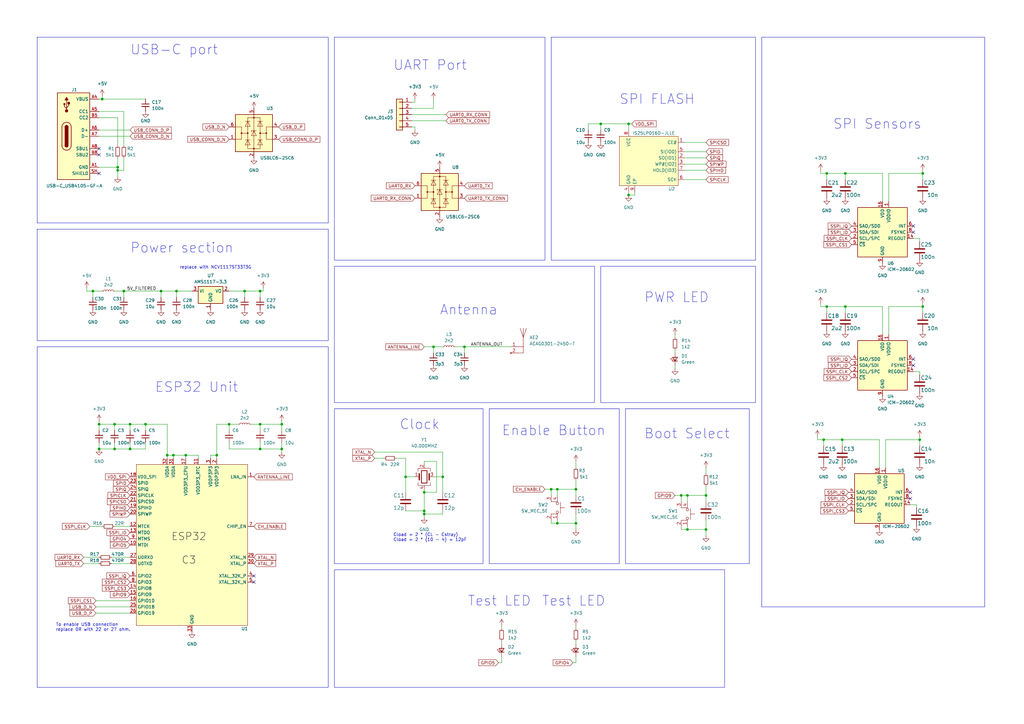
<source format=kicad_sch>
(kicad_sch (version 20230121) (generator eeschema)
  (paper "A3")
  (junction (at 257.81 50.8))
  (junction (at 93.98 173.99))
  (junction (at 50.8 119.38))
  (junction (at 346.71 125.73))
  (junction (at 257.81 80.01))
  (junction (at 345.44 180.34))
  (junction (at 177.8 142.24))
  (junction (at 88.9 186.69))
  (junction (at 48.26 68.58))
  (junction (at 346.71 71.12))
  (junction (at 71.12 186.69))
  (junction (at 337.82 180.34))
  (junction (at 48.26 69.85))
  (junction (at 40.64 173.99))
  (junction (at 38.1 119.38))
  (junction (at 68.58 186.69))
  (junction (at 377.19 180.34))
  (junction (at 53.34 173.99))
  (junction (at 289.56 217.17))
  (junction (at 281.94 203.2))
  (junction (at 226.06 200.66))
  (junction (at 41.91 40.64))
  (junction (at 115.57 184.15))
  (junction (at 339.09 71.12))
  (junction (at 72.39 119.38))
  (junction (at 190.5 142.24))
  (junction (at 181.61 195.58))
  (junction (at 279.4 203.2))
  (junction (at 53.34 184.15))
  (junction (at 46.99 184.15))
  (junction (at 246.38 50.8))
  (junction (at 173.99 201.93))
  (junction (at 339.09 125.73))
  (junction (at 59.69 173.99))
  (junction (at 173.99 209.55))
  (junction (at 378.46 125.73))
  (junction (at 228.6 214.63))
  (junction (at 46.99 173.99))
  (junction (at 115.57 173.99))
  (junction (at 106.68 173.99))
  (junction (at 166.37 195.58))
  (junction (at 106.68 184.15))
  (junction (at 236.22 214.63))
  (junction (at 76.2 186.69))
  (junction (at 281.94 217.17))
  (junction (at 228.6 200.66))
  (junction (at 106.68 119.38))
  (junction (at 40.64 184.15))
  (junction (at 289.56 203.2))
  (junction (at 236.22 200.66))
  (junction (at 100.33 119.38))
  (junction (at 173.99 210.82))
  (junction (at 66.04 119.38))
  (junction (at 378.46 71.12))
  (no_connect (at 40.64 60.96))
  (no_connect (at 104.14 236.22))
  (no_connect (at 374.65 92.71))
  (no_connect (at 374.65 147.32))
  (no_connect (at 40.64 63.5))
  (no_connect (at 104.14 238.76))
  (no_connect (at 374.65 95.25))
  (no_connect (at 373.38 204.47))
  (no_connect (at 40.64 71.12))
  (no_connect (at 374.65 149.86))
  (no_connect (at 373.38 201.93))
  (wire (pts (xy 115.57 184.15) (xy 115.57 185.42)))
  (wire (pts (xy 257.81 50.8) (xy 257.81 53.34)))
  (wire (pts (xy 281.94 203.2) (xy 289.56 203.2)))
  (wire (pts (xy 59.69 184.15) (xy 53.34 184.15)))
  (wire (pts (xy 336.55 69.85) (xy 336.55 71.12)))
  (wire (pts (xy 181.61 185.42) (xy 181.61 195.58)))
  (wire (pts (xy 228.6 200.66) (xy 236.22 200.66)))
  (wire (pts (xy 88.9 186.69) (xy 88.9 173.99)))
  (wire (pts (xy 50.8 64.77) (xy 50.8 69.85)))
  (wire (pts (xy 226.06 200.66) (xy 226.06 203.2)))
  (wire (pts (xy 364.49 125.73) (xy 378.46 125.73)))
  (wire (pts (xy 173.99 201.93) (xy 173.99 200.66)))
  (wire (pts (xy 107.95 118.11) (xy 107.95 119.38)))
  (wire (pts (xy 279.4 215.9) (xy 279.4 217.17)))
  (wire (pts (xy 166.37 187.96) (xy 166.37 195.58)))
  (wire (pts (xy 177.8 195.58) (xy 181.61 195.58)))
  (wire (pts (xy 66.04 119.38) (xy 72.39 119.38)))
  (wire (pts (xy 377.19 180.34) (xy 377.19 182.88)))
  (wire (pts (xy 81.28 186.69) (xy 76.2 186.69)))
  (wire (pts (xy 346.71 125.73) (xy 339.09 125.73)))
  (wire (pts (xy 41.91 39.37) (xy 41.91 40.64)))
  (wire (pts (xy 39.37 251.46) (xy 53.34 251.46)))
  (wire (pts (xy 106.68 119.38) (xy 107.95 119.38)))
  (wire (pts (xy 168.91 41.91) (xy 170.18 41.91)))
  (wire (pts (xy 66.04 119.38) (xy 66.04 121.92)))
  (wire (pts (xy 40.64 172.72) (xy 40.64 173.99)))
  (wire (pts (xy 177.8 40.64) (xy 177.8 44.45)))
  (wire (pts (xy 36.83 215.9) (xy 41.91 215.9)))
  (wire (pts (xy 361.95 125.73) (xy 361.95 137.16)))
  (wire (pts (xy 48.26 48.26) (xy 48.26 59.69)))
  (wire (pts (xy 236.22 269.24) (xy 236.22 271.78)))
  (wire (pts (xy 339.09 125.73) (xy 339.09 128.27)))
  (wire (pts (xy 289.56 203.2) (xy 289.56 205.74)))
  (wire (pts (xy 205.74 262.89) (xy 205.74 264.16)))
  (wire (pts (xy 276.86 149.86) (xy 276.86 151.13)))
  (wire (pts (xy 375.92 207.01) (xy 373.38 207.01)))
  (wire (pts (xy 346.71 71.12) (xy 346.71 73.66)))
  (wire (pts (xy 72.39 119.38) (xy 72.39 121.92)))
  (wire (pts (xy 115.57 173.99) (xy 115.57 176.53)))
  (wire (pts (xy 88.9 173.99) (xy 93.98 173.99)))
  (wire (pts (xy 236.22 262.89) (xy 236.22 264.16)))
  (wire (pts (xy 46.99 119.38) (xy 50.8 119.38)))
  (wire (pts (xy 34.29 228.6) (xy 40.64 228.6)))
  (wire (pts (xy 228.6 213.36) (xy 228.6 214.63)))
  (wire (pts (xy 46.99 181.61) (xy 46.99 184.15)))
  (wire (pts (xy 281.94 215.9) (xy 281.94 217.17)))
  (wire (pts (xy 71.12 186.69) (xy 71.12 187.96)))
  (wire (pts (xy 35.56 118.11) (xy 35.56 119.38)))
  (wire (pts (xy 39.37 246.38) (xy 53.34 246.38)))
  (wire (pts (xy 377.19 179.07) (xy 377.19 180.34)))
  (wire (pts (xy 280.67 73.66) (xy 289.56 73.66)))
  (wire (pts (xy 48.26 69.85) (xy 48.26 72.39)))
  (wire (pts (xy 289.56 213.36) (xy 289.56 217.17)))
  (wire (pts (xy 40.64 68.58) (xy 48.26 68.58)))
  (wire (pts (xy 34.29 231.14) (xy 40.64 231.14)))
  (wire (pts (xy 361.95 125.73) (xy 346.71 125.73)))
  (wire (pts (xy 179.07 189.23) (xy 179.07 201.93)))
  (wire (pts (xy 41.91 40.64) (xy 59.69 40.64)))
  (wire (pts (xy 162.56 187.96) (xy 166.37 187.96)))
  (wire (pts (xy 177.8 142.24) (xy 181.61 142.24)))
  (wire (pts (xy 236.22 200.66) (xy 236.22 203.2)))
  (wire (pts (xy 40.64 173.99) (xy 46.99 173.99)))
  (wire (pts (xy 86.36 187.96) (xy 86.36 186.69)))
  (wire (pts (xy 38.1 119.38) (xy 38.1 121.92)))
  (wire (pts (xy 106.68 173.99) (xy 115.57 173.99)))
  (wire (pts (xy 241.3 50.8) (xy 246.38 50.8)))
  (wire (pts (xy 276.86 143.51) (xy 276.86 144.78)))
  (wire (pts (xy 46.99 215.9) (xy 53.34 215.9)))
  (wire (pts (xy 168.91 46.99) (xy 182.88 46.99)))
  (wire (pts (xy 115.57 181.61) (xy 115.57 184.15)))
  (wire (pts (xy 228.6 200.66) (xy 228.6 203.2)))
  (wire (pts (xy 279.4 203.2) (xy 281.94 203.2)))
  (wire (pts (xy 377.19 97.79) (xy 374.65 97.79)))
  (wire (pts (xy 364.49 82.55) (xy 364.49 71.12)))
  (wire (pts (xy 93.98 173.99) (xy 97.79 173.99)))
  (wire (pts (xy 93.98 176.53) (xy 93.98 173.99)))
  (wire (pts (xy 363.22 180.34) (xy 377.19 180.34)))
  (wire (pts (xy 40.64 53.34) (xy 53.34 53.34)))
  (wire (pts (xy 360.68 180.34) (xy 345.44 180.34)))
  (wire (pts (xy 153.67 185.42) (xy 181.61 185.42)))
  (wire (pts (xy 228.6 214.63) (xy 236.22 214.63)))
  (wire (pts (xy 377.19 152.4) (xy 374.65 152.4)))
  (wire (pts (xy 378.46 71.12) (xy 378.46 73.66)))
  (wire (pts (xy 166.37 195.58) (xy 170.18 195.58)))
  (wire (pts (xy 246.38 50.8) (xy 257.81 50.8)))
  (wire (pts (xy 45.72 231.14) (xy 53.34 231.14)))
  (wire (pts (xy 260.35 78.74) (xy 260.35 80.01)))
  (wire (pts (xy 236.22 196.85) (xy 236.22 200.66)))
  (wire (pts (xy 166.37 209.55) (xy 173.99 209.55)))
  (wire (pts (xy 153.67 187.96) (xy 157.48 187.96)))
  (wire (pts (xy 377.19 153.67) (xy 377.19 152.4)))
  (wire (pts (xy 40.64 55.88) (xy 53.34 55.88)))
  (wire (pts (xy 170.18 41.91) (xy 170.18 40.64)))
  (wire (pts (xy 93.98 119.38) (xy 100.33 119.38)))
  (wire (pts (xy 59.69 173.99) (xy 68.58 173.99)))
  (wire (pts (xy 48.26 68.58) (xy 48.26 69.85)))
  (wire (pts (xy 72.39 119.38) (xy 78.74 119.38)))
  (wire (pts (xy 279.4 217.17) (xy 281.94 217.17)))
  (wire (pts (xy 106.68 184.15) (xy 115.57 184.15)))
  (wire (pts (xy 39.37 248.92) (xy 53.34 248.92)))
  (wire (pts (xy 170.18 52.07) (xy 168.91 52.07)))
  (wire (pts (xy 81.28 187.96) (xy 81.28 186.69)))
  (wire (pts (xy 177.8 44.45) (xy 168.91 44.45)))
  (wire (pts (xy 336.55 124.46) (xy 336.55 125.73)))
  (wire (pts (xy 378.46 124.46) (xy 378.46 125.73)))
  (wire (pts (xy 76.2 186.69) (xy 76.2 187.96)))
  (wire (pts (xy 100.33 119.38) (xy 106.68 119.38)))
  (wire (pts (xy 335.28 180.34) (xy 337.82 180.34)))
  (wire (pts (xy 38.1 119.38) (xy 41.91 119.38)))
  (wire (pts (xy 204.47 271.78) (xy 205.74 271.78)))
  (wire (pts (xy 360.68 180.34) (xy 360.68 191.77)))
  (wire (pts (xy 106.68 184.15) (xy 93.98 184.15)))
  (wire (pts (xy 345.44 180.34) (xy 337.82 180.34)))
  (wire (pts (xy 281.94 217.17) (xy 289.56 217.17)))
  (wire (pts (xy 100.33 119.38) (xy 100.33 121.92)))
  (wire (pts (xy 68.58 186.69) (xy 68.58 187.96)))
  (wire (pts (xy 289.56 217.17) (xy 289.56 219.71)))
  (wire (pts (xy 345.44 180.34) (xy 345.44 182.88)))
  (wire (pts (xy 234.95 271.78) (xy 236.22 271.78)))
  (wire (pts (xy 364.49 137.16) (xy 364.49 125.73)))
  (wire (pts (xy 106.68 181.61) (xy 106.68 184.15)))
  (wire (pts (xy 289.56 191.77) (xy 289.56 194.31)))
  (wire (pts (xy 59.69 181.61) (xy 59.69 184.15)))
  (wire (pts (xy 46.99 173.99) (xy 53.34 173.99)))
  (wire (pts (xy 205.74 256.54) (xy 205.74 257.81)))
  (wire (pts (xy 336.55 125.73) (xy 339.09 125.73)))
  (wire (pts (xy 173.99 209.55) (xy 173.99 210.82)))
  (wire (pts (xy 41.91 40.64) (xy 40.64 40.64)))
  (wire (pts (xy 48.26 64.77) (xy 48.26 68.58)))
  (wire (pts (xy 50.8 69.85) (xy 48.26 69.85)))
  (wire (pts (xy 361.95 71.12) (xy 361.95 82.55)))
  (wire (pts (xy 336.55 71.12) (xy 339.09 71.12)))
  (wire (pts (xy 179.07 201.93) (xy 173.99 201.93)))
  (wire (pts (xy 181.61 209.55) (xy 181.61 210.82)))
  (wire (pts (xy 50.8 119.38) (xy 50.8 121.92)))
  (wire (pts (xy 50.8 45.72) (xy 50.8 59.69)))
  (wire (pts (xy 53.34 184.15) (xy 46.99 184.15)))
  (wire (pts (xy 46.99 184.15) (xy 40.64 184.15)))
  (wire (pts (xy 226.06 200.66) (xy 228.6 200.66)))
  (wire (pts (xy 236.22 256.54) (xy 236.22 257.81)))
  (wire (pts (xy 246.38 50.8) (xy 246.38 53.34)))
  (wire (pts (xy 280.67 62.23) (xy 289.56 62.23)))
  (wire (pts (xy 276.86 137.16) (xy 276.86 138.43)))
  (wire (pts (xy 40.64 173.99) (xy 40.64 176.53)))
  (wire (pts (xy 53.34 173.99) (xy 59.69 173.99)))
  (wire (pts (xy 173.99 210.82) (xy 173.99 212.09)))
  (wire (pts (xy 226.06 213.36) (xy 226.06 214.63)))
  (wire (pts (xy 226.06 214.63) (xy 228.6 214.63)))
  (wire (pts (xy 339.09 71.12) (xy 339.09 73.66)))
  (wire (pts (xy 346.71 125.73) (xy 346.71 128.27)))
  (wire (pts (xy 289.56 199.39) (xy 289.56 203.2)))
  (wire (pts (xy 361.95 71.12) (xy 346.71 71.12)))
  (wire (pts (xy 35.56 119.38) (xy 38.1 119.38)))
  (wire (pts (xy 168.91 49.53) (xy 182.88 49.53)))
  (wire (pts (xy 236.22 210.82) (xy 236.22 214.63)))
  (wire (pts (xy 71.12 186.69) (xy 68.58 186.69)))
  (wire (pts (xy 377.19 99.06) (xy 377.19 97.79)))
  (wire (pts (xy 53.34 181.61) (xy 53.34 184.15)))
  (wire (pts (xy 346.71 71.12) (xy 339.09 71.12)))
  (wire (pts (xy 88.9 186.69) (xy 88.9 187.96)))
  (wire (pts (xy 236.22 214.63) (xy 236.22 217.17)))
  (wire (pts (xy 46.99 173.99) (xy 46.99 176.53)))
  (wire (pts (xy 378.46 125.73) (xy 378.46 128.27)))
  (wire (pts (xy 173.99 190.5) (xy 173.99 189.23)))
  (wire (pts (xy 106.68 119.38) (xy 106.68 121.92)))
  (wire (pts (xy 177.8 142.24) (xy 177.8 144.78)))
  (wire (pts (xy 279.4 205.74) (xy 279.4 203.2)))
  (wire (pts (xy 170.18 53.34) (xy 170.18 52.07)))
  (wire (pts (xy 173.99 189.23) (xy 179.07 189.23)))
  (wire (pts (xy 236.22 189.23) (xy 236.22 191.77)))
  (wire (pts (xy 257.81 50.8) (xy 259.08 50.8)))
  (wire (pts (xy 68.58 173.99) (xy 68.58 186.69)))
  (wire (pts (xy 59.69 173.99) (xy 59.69 176.53)))
  (wire (pts (xy 223.52 200.66) (xy 226.06 200.66)))
  (wire (pts (xy 40.64 48.26) (xy 48.26 48.26)))
  (wire (pts (xy 50.8 119.38) (xy 66.04 119.38)))
  (wire (pts (xy 280.67 69.85) (xy 289.56 69.85)))
  (wire (pts (xy 190.5 142.24) (xy 190.5 144.78)))
  (wire (pts (xy 93.98 184.15) (xy 93.98 181.61)))
  (wire (pts (xy 166.37 201.93) (xy 166.37 195.58)))
  (wire (pts (xy 86.36 186.69) (xy 88.9 186.69)))
  (wire (pts (xy 173.99 201.93) (xy 173.99 209.55)))
  (wire (pts (xy 241.3 53.34) (xy 241.3 50.8)))
  (wire (pts (xy 173.99 142.24) (xy 177.8 142.24)))
  (wire (pts (xy 45.72 228.6) (xy 53.34 228.6)))
  (wire (pts (xy 181.61 195.58) (xy 181.61 201.93)))
  (wire (pts (xy 335.28 179.07) (xy 335.28 180.34)))
  (wire (pts (xy 281.94 203.2) (xy 281.94 205.74)))
  (wire (pts (xy 40.64 181.61) (xy 40.64 184.15)))
  (wire (pts (xy 40.64 45.72) (xy 50.8 45.72)))
  (wire (pts (xy 260.35 80.01) (xy 257.81 80.01)))
  (wire (pts (xy 205.74 269.24) (xy 205.74 271.78)))
  (wire (pts (xy 280.67 64.77) (xy 289.56 64.77)))
  (wire (pts (xy 280.67 58.42) (xy 289.56 58.42)))
  (wire (pts (xy 375.92 208.28) (xy 375.92 207.01)))
  (wire (pts (xy 337.82 180.34) (xy 337.82 182.88)))
  (wire (pts (xy 186.69 142.24) (xy 190.5 142.24)))
  (wire (pts (xy 190.5 142.24) (xy 209.55 142.24)))
  (wire (pts (xy 364.49 71.12) (xy 378.46 71.12)))
  (wire (pts (xy 363.22 191.77) (xy 363.22 180.34)))
  (wire (pts (xy 106.68 173.99) (xy 106.68 176.53)))
  (wire (pts (xy 76.2 186.69) (xy 71.12 186.69)))
  (wire (pts (xy 102.87 173.99) (xy 106.68 173.99)))
  (wire (pts (xy 280.67 67.31) (xy 289.56 67.31)))
  (wire (pts (xy 257.81 78.74) (xy 257.81 80.01)))
  (wire (pts (xy 173.99 210.82) (xy 181.61 210.82)))
  (wire (pts (xy 276.86 203.2) (xy 279.4 203.2)))
  (wire (pts (xy 115.57 172.72) (xy 115.57 173.99)))
  (wire (pts (xy 53.34 173.99) (xy 53.34 176.53)))
  (wire (pts (xy 378.46 69.85) (xy 378.46 71.12)))
  (rectangle (start 226.06 15.24) (end 309.88 106.68))
  (rectangle (start 15.24 93.98) (end 134.62 139.7))
  (rectangle (start 137.16 167.64) (end 198.12 231.14))
  (rectangle (start 200.66 167.64) (end 254 231.14))
  (rectangle (start 15.24 142.24) (end 134.62 281.94))
  (rectangle (start 137.16 233.68) (end 297.18 281.94))
  (rectangle (start 137.16 15.24) (end 223.52 106.68))
  (rectangle (start 137.16 109.22) (end 243.84 165.1))
  (rectangle (start 256.54 167.64) (end 307.34 231.14))
  (rectangle (start 246.38 109.22) (end 309.88 165.1))
  (rectangle (start 312.42 15.24) (end 403.86 248.92))
  (rectangle (start 15.24 15.24) (end 134.62 91.44))
  (text "To enable USB connection\nreplace 0R with 22 or 27 ohm." (at 22.86 259.08 0) (effects (font (size 1.27 1.27)) (justify left bottom)))
  (text "Clock" (at 163.83 176.53 0) (effects (font (size 4 4)) (justify left bottom)))
  (text "Cload = 2 * (CL - Cstray)\nCload = 2 * (10 - 4) = 12pF" (at 161.29 222.25 0) (effects (font (size 1.27 1.27)) (justify left bottom)))
  (text "Antenna" (at 180.34 129.54 0) (effects (font (size 4 4)) (justify left bottom)))
  (text "Test LED" (at 191.77 248.92 0) (effects (font (size 4 4)) (justify left bottom)))
  (text "ESP32 Unit" (at 63.5 161.29 0) (effects (font (size 4 4)) (justify left bottom)))
  (text "Test LED" (at 222.25 248.92 0) (effects (font (size 4 4)) (justify left bottom)))
  (text "Boot Select" (at 264.16 180.34 0) (effects (font (size 4 4)) (justify left bottom)))
  (text "SPI FLASH" (at 254 43.18 0) (effects (font (size 4 4)) (justify left bottom)))
  (text "UART Port" (at 161.29 29.21 0) (effects (font (size 4 4)) (justify left bottom)))
  (text "replace with NCV1117ST33T3G" (at 73.66 110.49 0) (effects (font (size 1.27 1.27)) (justify left bottom)))
  (text "Enable Button" (at 205.74 179.07 0) (effects (font (size 4 4)) (justify left bottom)))
  (text "USB-C port" (at 53.34 22.86 0) (effects (font (size 4 4)) (justify left bottom)))
  (text "Power section" (at 53.34 104.14 0) (effects (font (size 4 4)) (justify left bottom)))
  (text "PWR LED" (at 264.16 124.46 0) (effects (font (size 4 4)) (justify left bottom)))
  (text "SPI Sensors" (at 341.63 53.34 0) (effects (font (size 4 4)) (justify left bottom)))
  (label "5V_FILTERED" (at 52.07 119.38 0))
  (label "ANTENNA_OUT" (at 193.04 142.24 0))
  (global_label "GPIO4" (shape input) (at 234.95 271.78 180) (property "Intersheetrefs" "${INTERSHEET_REFS}" (effects hide)))
  (global_label "SPICSO" (shape input) (at 53.34 205.74 180) (property "Intersheetrefs" "${INTERSHEET_REFS}" (effects hide)))
  (global_label "SSPI_ID" (shape input) (at 349.25 149.86 180) (property "Intersheetrefs" "${INTERSHEET_REFS}" (effects hide)))
  (global_label "UART0_RX" (shape input) (at 34.29 228.6 180) (property "Intersheetrefs" "${INTERSHEET_REFS}" (effects hide)))
  (global_label "ANTENNA_LINE" (shape input) (at 173.99 142.24 180) (property "Intersheetrefs" "${INTERSHEET_REFS}" (effects hide)))
  (global_label "SSPI_ID" (shape input) (at 53.34 218.44 180) (property "Intersheetrefs" "${INTERSHEET_REFS}" (effects hide)))
  (global_label "SSPI_CLK" (shape input) (at 36.83 215.9 180) (property "Intersheetrefs" "${INTERSHEET_REFS}" (effects hide)))
  (global_label "GPIO5" (shape input) (at 53.34 223.52 180) (property "Intersheetrefs" "${INTERSHEET_REFS}" (effects hide)))
  (global_label "SPICLK" (shape input) (at 53.34 203.2 180) (property "Intersheetrefs" "${INTERSHEET_REFS}" (effects hide)))
  (global_label "XTAL_P" (shape input) (at 104.14 231.14 0) (property "Intersheetrefs" "${INTERSHEET_REFS}" (effects hide)))
  (global_label "UART0_RX_CONN" (shape input) (at 182.88 46.99 0) (property "Intersheetrefs" "${INTERSHEET_REFS}" (effects hide)))
  (global_label "SPIHD" (shape input) (at 289.56 69.85 0) (property "Intersheetrefs" "${INTERSHEET_REFS}" (effects hide)))
  (global_label "SSPI_ID" (shape input) (at 347.98 204.47 180) (property "Intersheetrefs" "${INTERSHEET_REFS}" (effects hide)))
  (global_label "UART0_RX_CONN" (shape input) (at 170.18 81.28 180) (property "Intersheetrefs" "${INTERSHEET_REFS}" (effects hide)))
  (global_label "SSPI_CS3" (shape input) (at 347.98 209.55 180) (property "Intersheetrefs" "${INTERSHEET_REFS}" (effects hide)))
  (global_label "USB_CONN_D_P" (shape input) (at 53.34 53.34 0) (property "Intersheetrefs" "${INTERSHEET_REFS}" (effects hide)))
  (global_label "UART0_RX" (shape input) (at 170.18 76.2 180) (property "Intersheetrefs" "${INTERSHEET_REFS}" (effects hide)))
  (global_label "SSPI_CS2" (shape input) (at 349.25 154.94 180) (property "Intersheetrefs" "${INTERSHEET_REFS}" (effects hide)))
  (global_label "VDD_SPI" (shape input) (at 53.34 195.58 180) (property "Intersheetrefs" "${INTERSHEET_REFS}" (effects hide)))
  (global_label "SPICLK" (shape input) (at 289.56 73.66 0) (property "Intersheetrefs" "${INTERSHEET_REFS}" (effects hide)))
  (global_label "SSPI_IQ" (shape input) (at 349.25 147.32 180) (property "Intersheetrefs" "${INTERSHEET_REFS}" (effects hide)))
  (global_label "GPIO4" (shape input) (at 53.34 220.98 180) (property "Intersheetrefs" "${INTERSHEET_REFS}" (effects hide)))
  (global_label "XTAL_N" (shape input) (at 104.14 228.6 0) (property "Intersheetrefs" "${INTERSHEET_REFS}" (effects hide)))
  (global_label "SPIHD" (shape input) (at 53.34 208.28 180) (property "Intersheetrefs" "${INTERSHEET_REFS}" (effects hide)))
  (global_label "VDD_SPI" (shape input) (at 259.08 50.8 0) (property "Intersheetrefs" "${INTERSHEET_REFS}" (effects hide)))
  (global_label "GPIO9" (shape input) (at 276.86 203.2 180) (property "Intersheetrefs" "${INTERSHEET_REFS}" (effects hide)))
  (global_label "SPIWP" (shape input) (at 53.34 210.82 180) (property "Intersheetrefs" "${INTERSHEET_REFS}" (effects hide)))
  (global_label "USB_D_N" (shape input) (at 93.98 52.07 180) (property "Intersheetrefs" "${INTERSHEET_REFS}" (effects hide)))
  (global_label "ANTENNA_LINE" (shape input) (at 104.14 195.58 0) (property "Intersheetrefs" "${INTERSHEET_REFS}" (effects hide)))
  (global_label "SSPI_ID" (shape input) (at 349.25 95.25 180) (property "Intersheetrefs" "${INTERSHEET_REFS}" (effects hide)))
  (global_label "SSPI_CS3" (shape input) (at 53.34 241.3 180) (property "Intersheetrefs" "${INTERSHEET_REFS}" (effects hide)))
  (global_label "SPIQ" (shape input) (at 53.34 200.66 180) (property "Intersheetrefs" "${INTERSHEET_REFS}" (effects hide)))
  (global_label "GPIO9" (shape input) (at 53.34 243.84 180) (property "Intersheetrefs" "${INTERSHEET_REFS}" (effects hide)))
  (global_label "SSPI_CLK" (shape input) (at 349.25 152.4 180) (property "Intersheetrefs" "${INTERSHEET_REFS}" (effects hide)))
  (global_label "UART0_TX_CONN" (shape input) (at 182.88 49.53 0) (property "Intersheetrefs" "${INTERSHEET_REFS}" (effects hide)))
  (global_label "SPIQ" (shape input) (at 289.56 64.77 0) (property "Intersheetrefs" "${INTERSHEET_REFS}" (effects hide)))
  (global_label "SSPI_CS2" (shape input) (at 53.34 238.76 180) (property "Intersheetrefs" "${INTERSHEET_REFS}" (effects hide)))
  (global_label "USB_D_N" (shape input) (at 39.37 248.92 180) (property "Intersheetrefs" "${INTERSHEET_REFS}" (effects hide)))
  (global_label "SSPI_IQ" (shape input) (at 347.98 201.93 180) (property "Intersheetrefs" "${INTERSHEET_REFS}" (effects hide)))
  (global_label "USB_D_P" (shape input) (at 114.3 52.07 0) (property "Intersheetrefs" "${INTERSHEET_REFS}" (effects hide)))
  (global_label "UART0_TX" (shape input) (at 34.29 231.14 180) (property "Intersheetrefs" "${INTERSHEET_REFS}" (effects hide)))
  (global_label "GPIO5" (shape input) (at 204.47 271.78 180) (property "Intersheetrefs" "${INTERSHEET_REFS}" (effects hide)))
  (global_label "CH_ENABLE" (shape input) (at 223.52 200.66 180) (property "Intersheetrefs" "${INTERSHEET_REFS}" (effects hide)))
  (global_label "SSPI_CS1" (shape input) (at 39.37 246.38 180) (property "Intersheetrefs" "${INTERSHEET_REFS}" (effects hide)))
  (global_label "USB_CONN_D_N" (shape input) (at 53.34 55.88 0) (property "Intersheetrefs" "${INTERSHEET_REFS}" (effects hide)))
  (global_label "SPID" (shape input) (at 289.56 62.23 0) (property "Intersheetrefs" "${INTERSHEET_REFS}" (effects hide)))
  (global_label "USB_D_P" (shape input) (at 39.37 251.46 180) (property "Intersheetrefs" "${INTERSHEET_REFS}" (effects hide)))
  (global_label "SSPI_CLK" (shape input) (at 349.25 97.79 180) (property "Intersheetrefs" "${INTERSHEET_REFS}" (effects hide)))
  (global_label "UART0_TX_CONN" (shape input) (at 190.5 81.28 0) (property "Intersheetrefs" "${INTERSHEET_REFS}" (effects hide)))
  (global_label "CH_ENABLE" (shape input) (at 104.14 215.9 0) (property "Intersheetrefs" "${INTERSHEET_REFS}" (effects hide)))
  (global_label "SSPI_IQ" (shape input) (at 349.25 92.71 180) (property "Intersheetrefs" "${INTERSHEET_REFS}" (effects hide)))
  (global_label "XTAL_N" (shape input) (at 153.67 185.42 180) (property "Intersheetrefs" "${INTERSHEET_REFS}" (effects hide)))
  (global_label "SPIWP" (shape input) (at 289.56 67.31 0) (property "Intersheetrefs" "${INTERSHEET_REFS}" (effects hide)))
  (global_label "SPID" (shape input) (at 53.34 198.12 180) (property "Intersheetrefs" "${INTERSHEET_REFS}" (effects hide)))
  (global_label "USB_CONN_D_P" (shape input) (at 114.3 57.15 0) (property "Intersheetrefs" "${INTERSHEET_REFS}" (effects hide)))
  (global_label "SSPI_CLK" (shape input) (at 347.98 207.01 180) (property "Intersheetrefs" "${INTERSHEET_REFS}" (effects hide)))
  (global_label "SSPI_IQ" (shape input) (at 53.34 236.22 180) (property "Intersheetrefs" "${INTERSHEET_REFS}" (effects hide)))
  (global_label "SSPI_CS1" (shape input) (at 349.25 100.33 180) (property "Intersheetrefs" "${INTERSHEET_REFS}" (effects hide)))
  (global_label "UART0_TX" (shape input) (at 190.5 76.2 0) (property "Intersheetrefs" "${INTERSHEET_REFS}" (effects hide)))
  (global_label "XTAL_P" (shape input) (at 153.67 187.96 180) (property "Intersheetrefs" "${INTERSHEET_REFS}" (effects hide)))
  (global_label "SPICSO" (shape input) (at 289.56 58.42 0) (property "Intersheetrefs" "${INTERSHEET_REFS}" (effects hide)))
  (global_label "USB_CONN_D_N" (shape input) (at 93.98 57.15 180) (property "Intersheetrefs" "${INTERSHEET_REFS}" (effects hide)))
  (symbol (lib_id "Device:C_Small") (at 46.99 179.07 180) (unit 1)
    (property "Reference" "C3" (at 48.26 176.53 0) (effects (justify right)))
    (property "Value" "100n" (at 48.26 181.61 0) (effects (justify right)))
    (property "Footprint" "Capacitor_SMD:C_0402_1005Metric_Pad0.74x0.62mm_HandSolder" (effects hide))
  )
  (symbol (lib_id "power:GND") (at 377.19 161.29 0) (unit 1)
    (property "Reference" "#PWR037" (effects hide))
    (property "Value" "GND" (at 377.19 166.37 0))
  )
  (symbol (lib_id "power:+5V") (at 41.91 39.37 0) (unit 1)
    (property "Reference" "#PWR01" (effects hide))
    (property "Value" "+5V" (at 41.91 34.29 0))
  )
  (symbol (lib_id "power:+3V3") (at 205.74 256.54 0) (unit 1)
    (property "Reference" "#PWR028" (effects hide))
    (property "Value" "+3V3" (at 205.74 251.46 0))
  )
  (symbol (lib_id "power:GND") (at 78.74 259.08 0) (unit 1)
    (property "Reference" "#PWR06" (effects hide))
    (property "Value" "GND" (at 78.74 264.16 0))
  )
  (symbol (lib_id "Device:R_Small") (at 48.26 62.23 0) (mirror y) (unit 1)
    (property "Reference" "R1" (at 46.99 60.96 0) (effects (justify left)))
    (property "Value" "5k1" (at 46.99 63.5 0) (effects (justify left)))
    (property "Footprint" "Resistor_SMD:R_0402_1005Metric_Pad0.72x0.64mm_HandSolder" (effects hide))
  )
  (symbol (lib_id "Device:R_Small") (at 236.22 194.31 180) (unit 1)
    (property "Reference" "R3" (at 240.03 193.04 0) (effects (justify left)))
    (property "Value" "5k1" (at 241.3 195.58 0) (effects (justify left)))
    (property "Footprint" "Resistor_SMD:R_0402_1005Metric_Pad0.72x0.64mm_HandSolder" (effects hide))
  )
  (symbol (lib_id "Device:C_Small") (at 115.57 179.07 180) (unit 1)
    (property "Reference" "C8" (at 116.84 176.53 0) (effects (justify right)))
    (property "Value" "10u" (at 116.84 181.61 0) (effects (justify right)))
    (property "Footprint" "Capacitor_SMD:C_0603_1608Metric_Pad1.08x0.95mm_HandSolder" (effects hide))
  )
  (symbol (lib_id "power:GND") (at 360.68 217.17 0) (unit 1)
    (property "Reference" "#PWR019" (effects hide))
    (property "Value" "GND" (at 360.68 222.25 0))
  )
  (symbol (lib_id "iridiumCapacitorsSMD:C_0402") (at 378.46 77.47 0) (mirror x) (unit 1)
    (property "Reference" "C23" (at 383.54 74.93 0) (effects (font (size 1.524 1.524)) (justify right)))
    (property "Value" "10n" (at 384.81 80.01 0) (effects (font (size 1.524 1.524)) (justify right)))
    (property "Footprint" "Capacitor_SMD:C_0402_1005Metric_Pad0.74x0.62mm_HandSolder" (effects hide))
    (property "MPN" " " (effects hide))
  )
  (symbol (lib_id "Sensor_Motion:ICM-20602") (at 361.95 149.86 0) (unit 1)
    (property "Reference" "U4" (at 363.9059 162.56 0) (effects (justify left)))
    (property "Value" "ICM-20602" (at 363.9059 165.1 0) (effects (justify left)))
    (property "Footprint" "Package_LGA:LGA-16_3x3mm_P0.5mm_LayoutBorder3x5y" (effects hide))
    (property "Datasheet" "http://www.invensense.com/wp-content/uploads/2016/10/DS-000176-ICM-20602-v1.0.pdf" (effects hide))
  )
  (symbol (lib_id "iridiumMisc:ESP32C3") (at 53.34 190.5 0) (unit 1)
    (property "Reference" "U1" (at 100.33 257.81 0))
    (property "Value" "ESP32C3" (effects hide))
    (property "Footprint" "iridium-footprints:QFN50P500X500X80-33N" (effects hide))
    (property "Datasheet" "https://www.espressif.com/sites/default/files/documentation/esp32-c3_datasheet_en.pdf" (effects hide))
    (property "Manufacturer" "espressif" (effects hide))
    (property "MPN" "ESP32-C3" (effects hide))
  )
  (symbol (lib_id "Device:C_Small") (at 40.64 179.07 180) (unit 1)
    (property "Reference" "C2" (at 41.91 176.53 0) (effects (justify right)))
    (property "Value" "10u" (at 41.91 181.61 0) (effects (justify right)))
    (property "Footprint" "Capacitor_SMD:C_0603_1608Metric_Pad1.08x0.95mm_HandSolder" (effects hide))
  )
  (symbol (lib_id "Device:C_Small") (at 59.69 179.07 180) (unit 1)
    (property "Reference" "C5" (at 60.96 176.53 0) (effects (justify right)))
    (property "Value" "100n" (at 60.96 181.61 0) (effects (justify right)))
    (property "Footprint" "Capacitor_SMD:C_0402_1005Metric_Pad0.74x0.62mm_HandSolder" (effects hide))
  )
  (symbol (lib_id "power:+3V3") (at 377.19 179.07 0) (unit 1)
    (property "Reference" "#PWR058" (effects hide))
    (property "Value" "+3V3" (at 377.19 173.99 0))
  )
  (symbol (lib_id "power:+5V") (at 35.56 118.11 0) (unit 1)
    (property "Reference" "#PWR046" (effects hide))
    (property "Value" "+5V" (at 35.56 113.03 0))
  )
  (symbol (lib_id "iridiumCapacitorsSMD:C_0402") (at 181.61 205.74 0) (mirror x) (unit 1)
    (property "Reference" "C12" (at 186.69 203.2 0) (effects (font (size 1.524 1.524)) (justify right)))
    (property "Value" "12p" (at 186.69 208.28 0) (effects (font (size 1.524 1.524)) (justify right)))
    (property "Footprint" "Capacitor_SMD:C_0402_1005Metric_Pad0.74x0.62mm_HandSolder" (effects hide))
    (property "MPN" " " (effects hide))
  )
  (symbol (lib_id "power:+3V3") (at 115.57 172.72 0) (unit 1)
    (property "Reference" "#PWR09" (effects hide))
    (property "Value" "+3V3" (at 115.57 167.64 0))
  )
  (symbol (lib_id "power:GND") (at 377.19 190.5 0) (unit 1)
    (property "Reference" "#PWR022" (effects hide))
    (property "Value" "GND" (at 377.19 195.58 0))
  )
  (symbol (lib_id "power:+3V3") (at 335.28 179.07 0) (unit 1)
    (property "Reference" "#PWR020" (effects hide))
    (property "Value" "+3V3" (at 335.28 173.99 0))
  )
  (symbol (lib_id "power:GND") (at 86.36 127 0) (unit 1)
    (property "Reference" "#PWR045" (effects hide))
    (property "Value" "GND" (at 86.36 132.08 0))
  )
  (symbol (lib_id "Switch:SW_MEC_5E") (at 279.4 210.82 270) (mirror x) (unit 1)
    (property "Reference" "SW1" (at 278.13 209.55 90) (effects (justify right)))
    (property "Value" "SW_MEC_5E" (at 278.13 212.09 90) (effects (justify right)))
    (property "Footprint" "Button_Switch_THT:SW_PUSH_6mm_H5mm" (effects hide))
    (property "Datasheet" "http://www.apem.com/int/index.php?controller=attachment&id_attachment=1371" (effects hide))
  )
  (symbol (lib_id "Device:C_Small") (at 50.8 124.46 0) (unit 1)
    (property "Reference" "C31" (at 50.165 122.555 0) (effects (justify right)))
    (property "Value" "100n" (at 50.165 126.365 0) (effects (justify right)))
    (property "Footprint" "Capacitor_SMD:C_0402_1005Metric_Pad0.74x0.62mm_HandSolder" (effects hide))
  )
  (symbol (lib_id "power:GND") (at 50.8 127 0) (mirror y) (unit 1)
    (property "Reference" "#PWR02" (effects hide))
    (property "Value" "GND" (at 50.8 132.08 0))
  )
  (symbol (lib_id "iridiumCapacitorsSMD:C_0402") (at 339.09 77.47 0) (mirror x) (unit 1)
    (property "Reference" "C21" (at 344.17 74.93 0) (effects (font (size 1.524 1.524)) (justify right)))
    (property "Value" "2u2" (at 345.44 80.01 0) (effects (font (size 1.524 1.524)) (justify right)))
    (property "Footprint" "Capacitor_SMD:C_0402_1005Metric_Pad0.74x0.62mm_HandSolder" (effects hide))
    (property "MPN" " " (effects hide))
  )
  (symbol (lib_id "iridiumCapacitorsSMD:C_0402") (at 377.19 186.69 0) (mirror x) (unit 1)
    (property "Reference" "C14" (at 382.27 184.15 0) (effects (font (size 1.524 1.524)) (justify right)))
    (property "Value" "10n" (at 383.54 189.23 0) (effects (font (size 1.524 1.524)) (justify right)))
    (property "Footprint" "Capacitor_SMD:C_0402_1005Metric_Pad0.74x0.62mm_HandSolder" (effects hide))
    (property "MPN" " " (effects hide))
  )
  (symbol (lib_id "iridiumCapacitorsSMD:C_0402") (at 236.22 207.01 0) (mirror x) (unit 1)
    (property "Reference" "C1" (at 240.03 204.47 0) (effects (font (size 1.524 1.524)) (justify right)))
    (property "Value" "100n" (at 242.57 209.55 0) (effects (font (size 1.524 1.524)) (justify right)))
    (property "Footprint" "Capacitor_SMD:C_0402_1005Metric_Pad0.74x0.62mm_HandSolder" (effects hide))
    (property "MPN" " " (effects hide))
  )
  (symbol (lib_id "power:GND") (at 100.33 127 0) (unit 1)
    (property "Reference" "#PWR041" (effects hide))
    (property "Value" "GND" (at 100.33 132.08 0))
  )
  (symbol (lib_id "power:GND") (at 257.81 80.01 0) (unit 1)
    (property "Reference" "#PWR016" (effects hide))
    (property "Value" "GND" (at 257.81 85.09 0))
  )
  (symbol (lib_id "Device:C_Small") (at 72.39 124.46 0) (unit 1)
    (property "Reference" "C28" (at 74.93 123.1963 0) (effects (justify left)))
    (property "Value" "100n" (at 74.93 125.7363 0) (effects (justify left)))
    (property "Footprint" "Capacitor_SMD:C_0402_1005Metric_Pad0.74x0.62mm_HandSolder" (effects hide))
  )
  (symbol (lib_id "iridiumMisc:IS25LP016D") (at 254 55.88 0) (unit 1)
    (property "Reference" "U2" (at 276.86 77.47 0) (effects (justify right)))
    (property "Value" "IS25LP016D-JLLE" (at 276.86 54.61 0) (effects (justify right)))
    (property "Footprint" "iridium-footprints:WSON8_8060_IS25LP_ISI" (effects hide))
    (property "Datasheet" "https://4donline.ihs.com/images/VipMasterIC/IC/ISSI/ISSI-S-A0011290183/ISSI-S-A0011290183-1.pdf?hkey=6D3A4C79FDBF58556ACFDE234799DDF0" (effects hide))
    (property "MPN" "IS25LP016D-JLLE" (effects hide))
    (property "Manufacturer" "ISSI" (effects hide))
  )
  (symbol (lib_id "power:+5V") (at 104.14 44.45 0) (unit 1)
    (property "Reference" "#PWR03" (effects hide))
    (property "Value" "+5V" (at 104.14 39.37 0))
  )
  (symbol (lib_id "power:GND") (at 38.1 127 0) (mirror y) (unit 1)
    (property "Reference" "#PWR048" (effects hide))
    (property "Value" "GND" (at 38.1 132.08 0))
  )
  (symbol (lib_id "Device:C_Small") (at 246.38 55.88 180) (unit 1)
    (property "Reference" "C9" (at 247.65 53.34 0) (effects (justify right)))
    (property "Value" "100n" (at 247.65 58.42 0) (effects (justify right)))
    (property "Footprint" "Capacitor_SMD:C_0402_1005Metric_Pad0.74x0.62mm_HandSolder" (effects hide))
  )
  (symbol (lib_id "Device:R_Small") (at 276.86 140.97 0) (unit 1)
    (property "Reference" "R14" (at 279.4 139.7 0) (effects (justify left)))
    (property "Value" "1k2" (at 279.4 142.24 0) (effects (justify left)))
    (property "Footprint" "Resistor_SMD:R_0402_1005Metric_Pad0.72x0.64mm_HandSolder" (effects hide))
  )
  (symbol (lib_id "power:GND") (at 115.57 185.42 0) (unit 1)
    (property "Reference" "#PWR010" (effects hide))
    (property "Value" "GND" (at 115.57 190.5 0))
  )
  (symbol (lib_id "power:GND") (at 246.38 58.42 0) (unit 1)
    (property "Reference" "#PWR017" (effects hide))
    (property "Value" "GND" (at 246.38 63.5 0))
  )
  (symbol (lib_id "Device:C_Small") (at 59.69 43.18 0) (unit 1)
    (property "Reference" "C17" (at 62.23 41.9163 0) (effects (justify left)))
    (property "Value" "100n" (at 62.23 44.4563 0) (effects (justify left)))
    (property "Footprint" "Capacitor_SMD:C_0402_1005Metric_Pad0.74x0.62mm_HandSolder" (effects hide))
  )
  (symbol (lib_id "power:+3V3") (at 289.56 191.77 0) (unit 1)
    (property "Reference" "#PWR049" (effects hide))
    (property "Value" "+3V3" (at 289.56 186.69 0))
  )
  (symbol (lib_id "iridiumCapacitorsSMD:C_0402") (at 377.19 102.87 0) (mirror x) (unit 1)
    (property "Reference" "C25" (at 382.27 100.33 0) (effects (font (size 1.524 1.524)) (justify right)))
    (property "Value" "100n" (at 383.54 105.41 0) (effects (font (size 1.524 1.524)) (justify right)))
    (property "Footprint" "Capacitor_SMD:C_0402_1005Metric_Pad0.74x0.62mm_HandSolder" (effects hide))
    (property "MPN" " " (effects hide))
  )
  (symbol (lib_id "Device:R_Small") (at 43.18 228.6 270) (unit 1)
    (property "Reference" "R17" (at 36.83 227.33 90) (effects (justify left)))
    (property "Value" "470R" (at 45.72 227.33 90) (effects (justify left)))
    (property "Footprint" "Resistor_SMD:R_0402_1005Metric_Pad0.72x0.64mm_HandSolder" (effects hide))
  )
  (symbol (lib_id "iridiumCapacitorsSMD:C_0402") (at 375.92 212.09 0) (mirror x) (unit 1)
    (property "Reference" "C16" (at 381 209.55 0) (effects (font (size 1.524 1.524)) (justify right)))
    (property "Value" "100n" (at 382.27 214.63 0) (effects (font (size 1.524 1.524)) (justify right)))
    (property "Footprint" "Capacitor_SMD:C_0402_1005Metric_Pad0.74x0.62mm_HandSolder" (effects hide))
    (property "MPN" " " (effects hide))
  )
  (symbol (lib_id "Device:LED_Small") (at 276.86 147.32 90) (unit 1)
    (property "Reference" "D1" (at 279.4 145.9865 90) (effects (justify right)))
    (property "Value" "Green" (at 279.4 148.5265 90) (effects (justify right)))
    (property "Footprint" "LED_SMD:LED_0603_1608Metric_Pad1.05x0.95mm_HandSolder" (effects hide))
  )
  (symbol (lib_id "Device:R_Small") (at 289.56 196.85 180) (unit 1)
    (property "Reference" "R12" (at 294.64 195.58 0) (effects (justify left)))
    (property "Value" "5k1" (at 294.64 198.12 0) (effects (justify left)))
    (property "Footprint" "Resistor_SMD:R_0402_1005Metric_Pad0.72x0.64mm_HandSolder" (effects hide))
  )
  (symbol (lib_id "power:+3V3") (at 276.86 137.16 0) (unit 1)
    (property "Reference" "#PWR026" (effects hide))
    (property "Value" "+3V3" (at 276.86 132.08 0))
  )
  (symbol (lib_id "Device:L_Small") (at 184.15 142.24 90) (unit 1)
    (property "Reference" "L3" (at 184.15 137.16 90))
    (property "Value" "2n2" (at 184.15 139.7 90))
    (property "Footprint" "Inductor_SMD:L_0402_1005Metric_Pad0.77x0.64mm_HandSolder" (effects hide))
  )
  (symbol (lib_id "Device:R_Small") (at 50.8 62.23 0) (unit 1)
    (property "Reference" "R2" (at 52.07 60.96 0) (effects (justify left)))
    (property "Value" "5k1" (at 52.07 63.5 0) (effects (justify left)))
    (property "Footprint" "Resistor_SMD:R_0402_1005Metric_Pad0.72x0.64mm_HandSolder" (effects hide))
  )
  (symbol (lib_id "iridiumMisc:ACAG0301-2450-T") (at 209.55 142.24 0) (unit 1)
    (property "Reference" "AE2" (at 217.17 138.43 0) (effects (justify left)))
    (property "Value" "ACAG0301-2450-T" (at 217.17 140.97 0) (effects (justify left)))
    (property "Footprint" "iridium-footprints:ANTC3216X130N" (effects hide))
    (property "Datasheet" "https://www.farnell.com/datasheets/3050130.pdf" (effects hide))
  )
  (symbol (lib_id "power:+3V3") (at 378.46 124.46 0) (unit 1)
    (property "Reference" "#PWR057" (effects hide))
    (property "Value" "+3V3" (at 378.46 119.38 0))
  )
  (symbol (lib_id "power:GND") (at 378.46 81.28 0) (unit 1)
    (property "Reference" "#PWR036" (effects hide))
    (property "Value" "GND" (at 378.46 86.36 0))
  )
  (symbol (lib_id "iridiumCapacitorsSMD:C_0402") (at 166.37 205.74 180) (unit 1)
    (property "Reference" "C11" (at 161.29 203.2 0) (effects (font (size 1.524 1.524)) (justify right)))
    (property "Value" "12p" (at 161.29 208.28 0) (effects (font (size 1.524 1.524)) (justify right)))
    (property "Footprint" "Capacitor_SMD:C_0402_1005Metric_Pad0.74x0.62mm_HandSolder" (effects hide))
    (property "MPN" " " (effects hide))
  )
  (symbol (lib_id "power:+5V") (at 177.8 40.64 0) (unit 1)
    (property "Reference" "#PWR059" (effects hide))
    (property "Value" "+5V" (at 177.8 35.56 0))
  )
  (symbol (lib_id "power:GND") (at 346.71 81.28 0) (unit 1)
    (property "Reference" "#PWR035" (effects hide))
    (property "Value" "GND" (at 346.71 86.36 0))
  )
  (symbol (lib_id "power:+3V3") (at 107.95 118.11 0) (unit 1)
    (property "Reference" "#PWR047" (effects hide))
    (property "Value" "+3V3" (at 107.95 113.03 0))
  )
  (symbol (lib_id "iridiumCapacitorsSMD:C_0402") (at 289.56 209.55 0) (mirror x) (unit 1)
    (property "Reference" "C32" (at 294.64 207.01 0) (effects (font (size 1.524 1.524)) (justify right)))
    (property "Value" "100n" (at 295.91 212.09 0) (effects (font (size 1.524 1.524)) (justify right)))
    (property "Footprint" "Capacitor_SMD:C_0402_1005Metric_Pad0.74x0.62mm_HandSolder" (effects hide))
    (property "MPN" " " (effects hide))
  )
  (symbol (lib_id "power:GND") (at 361.95 107.95 0) (unit 1)
    (property "Reference" "#PWR040" (effects hide))
    (property "Value" "GND" (at 361.95 113.03 0))
  )
  (symbol (lib_id "iridiumCapacitorsSMD:C_0402") (at 378.46 132.08 0) (mirror x) (unit 1)
    (property "Reference" "C20" (at 383.54 129.54 0) (effects (font (size 1.524 1.524)) (justify right)))
    (property "Value" "10n" (at 384.81 134.62 0) (effects (font (size 1.524 1.524)) (justify right)))
    (property "Footprint" "Capacitor_SMD:C_0402_1005Metric_Pad0.74x0.62mm_HandSolder" (effects hide))
    (property "MPN" " " (effects hide))
  )
  (symbol (lib_id "power:GND") (at 48.26 72.39 0) (unit 1)
    (property "Reference" "#PWR05" (effects hide))
    (property "Value" "GND" (at 48.26 77.47 0))
  )
  (symbol (lib_id "power:GND") (at 375.92 215.9 0) (unit 1)
    (property "Reference" "#PWR024" (effects hide))
    (property "Value" "GND" (at 375.92 220.98 0))
  )
  (symbol (lib_id "Sensor_Motion:ICM-20602") (at 360.68 204.47 0) (unit 1)
    (property "Reference" "U5" (at 368.3 193.04 0) (effects (justify left)))
    (property "Value" "ICM-20602" (at 361.95 215.9 0) (effects (justify left)))
    (property "Footprint" "Package_LGA:LGA-16_3x3mm_P0.5mm_LayoutBorder3x5y" (effects hide))
    (property "Datasheet" "http://www.invensense.com/wp-content/uploads/2016/10/DS-000176-ICM-20602-v1.0.pdf" (effects hide))
  )
  (symbol (lib_id "Device:LED_Small") (at 205.74 266.7 90) (unit 1)
    (property "Reference" "D2" (at 208.28 265.3665 90) (effects (justify right)))
    (property "Value" "Green" (at 208.28 267.9065 90) (effects (justify right)))
    (property "Footprint" "LED_SMD:LED_0603_1608Metric_Pad1.05x0.95mm_HandSolder" (effects hide))
  )
  (symbol (lib_id "power:GND") (at 361.95 162.56 0) (unit 1)
    (property "Reference" "#PWR039" (effects hide))
    (property "Value" "GND" (at 361.95 167.64 0))
  )
  (symbol (lib_id "power:GND") (at 337.82 190.5 0) (unit 1)
    (property "Reference" "#PWR023" (effects hide))
    (property "Value" "GND" (at 337.82 195.58 0))
  )
  (symbol (lib_id "power:GND") (at 106.68 127 0) (unit 1)
    (property "Reference" "#PWR042" (effects hide))
    (property "Value" "GND" (at 106.68 132.08 0))
  )
  (symbol (lib_id "power:GND") (at 40.64 184.15 0) (unit 1)
    (property "Reference" "#PWR08" (effects hide))
    (property "Value" "GND" (at 40.64 189.23 0))
  )
  (symbol (lib_id "iridiumCapacitorsSMD:C_0402") (at 346.71 132.08 0) (mirror x) (unit 1)
    (property "Reference" "C19" (at 351.79 129.54 0) (effects (font (size 1.524 1.524)) (justify right)))
    (property "Value" "100n" (at 353.06 134.62 0) (effects (font (size 1.524 1.524)) (justify right)))
    (property "Footprint" "Capacitor_SMD:C_0402_1005Metric_Pad0.74x0.62mm_HandSolder" (effects hide))
    (property "MPN" " " (effects hide))
  )
  (symbol (lib_id "power:GND") (at 177.8 149.86 0) (mirror y) (unit 1)
    (property "Reference" "#PWR051" (effects hide))
    (property "Value" "GND" (at 177.8 154.94 0))
  )
  (symbol (lib_id "Switch:SW_MEC_5E") (at 226.06 208.28 270) (mirror x) (unit 1)
    (property "Reference" "SW2" (at 224.79 207.01 90) (effects (justify right)))
    (property "Value" "SW_MEC_5E" (at 224.79 209.55 90) (effects (justify right)))
    (property "Footprint" "Button_Switch_THT:SW_PUSH_6mm_H5mm" (effects hide))
    (property "Datasheet" "http://www.apem.com/int/index.php?controller=attachment&id_attachment=1371" (effects hide))
  )
  (symbol (lib_id "power:+3V3") (at 378.46 69.85 0) (unit 1)
    (property "Reference" "#PWR056" (effects hide))
    (property "Value" "+3V3" (at 378.46 64.77 0))
  )
  (symbol (lib_id "Device:L_Small") (at 44.45 119.38 90) (unit 1)
    (property "Reference" "L1" (at 44.45 114.3 90))
    (property "Value" "2n2" (at 44.45 116.84 90))
    (property "Footprint" "Inductor_SMD:L_0402_1005Metric_Pad0.77x0.64mm_HandSolder" (effects hide))
  )
  (symbol (lib_id "Device:R_Small") (at 160.02 187.96 270) (unit 1)
    (property "Reference" "R4" (at 156.21 190.5 90) (effects (justify left)))
    (property "Value" "22R" (at 160.02 190.5 90) (effects (justify left)))
    (property "Footprint" "Resistor_SMD:R_0402_1005Metric_Pad0.72x0.64mm_HandSolder" (effects hide))
  )
  (symbol (lib_id "Device:LED_Small") (at 236.22 266.7 90) (unit 1)
    (property "Reference" "D3" (at 238.76 265.3665 90) (effects (justify right)))
    (property "Value" "Green" (at 238.76 267.9065 90) (effects (justify right)))
    (property "Footprint" "LED_SMD:LED_0603_1608Metric_Pad1.05x0.95mm_HandSolder" (effects hide))
  )
  (symbol (lib_id "Connector_Generic:Conn_01x05") (at 163.83 46.99 0) (mirror y) (unit 1)
    (property "Reference" "J3" (at 161.29 45.72 0) (effects (justify left)))
    (property "Value" "Conn_01x05" (at 161.29 48.26 0) (effects (justify left)))
    (property "Footprint" "Connector_PinHeader_2.54mm:PinHeader_1x05_P2.54mm_Vertical" (effects hide))
  )
  (symbol (lib_id "power:GND") (at 190.5 149.86 0) (mirror y) (unit 1)
    (property "Reference" "#PWR052" (effects hide))
    (property "Value" "GND" (at 190.5 154.94 0))
  )
  (symbol (lib_id "power:GND") (at 346.71 135.89 0) (unit 1)
    (property "Reference" "#PWR031" (effects hide))
    (property "Value" "GND" (at 346.71 140.97 0))
  )
  (symbol (lib_id "power:GND") (at 173.99 212.09 0) (unit 1)
    (property "Reference" "#PWR014" (effects hide))
    (property "Value" "GND" (at 173.99 217.17 0))
  )
  (symbol (lib_id "power:GND") (at 59.69 45.72 0) (unit 1)
    (property "Reference" "#PWR025" (effects hide))
    (property "Value" "GND" (at 59.69 49.53 0))
  )
  (symbol (lib_id "Device:C_Small") (at 93.98 179.07 180) (unit 1)
    (property "Reference" "C6" (at 95.25 176.53 0) (effects (justify right)))
    (property "Value" "100n" (at 95.25 181.61 0) (effects (justify right)))
    (property "Footprint" "Capacitor_SMD:C_0402_1005Metric_Pad0.74x0.62mm_HandSolder" (effects hide))
  )
  (symbol (lib_id "power:GND") (at 66.04 127 0) (mirror y) (unit 1)
    (property "Reference" "#PWR044" (effects hide))
    (property "Value" "GND" (at 66.04 132.08 0))
  )
  (symbol (lib_id "Device:C_Small") (at 100.33 124.46 0) (unit 1)
    (property "Reference" "C26" (at 97.79 123.1963 0) (effects (justify right)))
    (property "Value" "100n" (at 97.79 125.7363 0) (effects (justify right)))
    (property "Footprint" "Capacitor_SMD:C_0402_1005Metric_Pad0.74x0.62mm_HandSolder" (effects hide))
  )
  (symbol (lib_id "Device:R_Small") (at 236.22 260.35 0) (unit 1)
    (property "Reference" "R5" (at 238.76 259.08 0) (effects (justify left)))
    (property "Value" "1k2" (at 238.76 261.62 0) (effects (justify left)))
    (property "Footprint" "Resistor_SMD:R_0402_1005Metric_Pad0.72x0.64mm_HandSolder" (effects hide))
  )
  (symbol (lib_id "power:GND") (at 236.22 217.17 0) (unit 1)
    (property "Reference" "#PWR015" (effects hide))
    (property "Value" "GND" (at 236.22 222.25 0))
  )
  (symbol (lib_id "power:GND") (at 339.09 135.89 0) (unit 1)
    (property "Reference" "#PWR030" (effects hide))
    (property "Value" "GND" (at 339.09 140.97 0))
  )
  (symbol (lib_id "power:GND") (at 72.39 127 0) (unit 1)
    (property "Reference" "#PWR043" (effects hide))
    (property "Value" "GND" (at 72.39 132.08 0))
  )
  (symbol (lib_id "Device:C_Small") (at 106.68 124.46 0) (unit 1)
    (property "Reference" "C27" (at 109.22 123.1963 0) (effects (justify left)))
    (property "Value" "10u" (at 109.22 125.7363 0) (effects (justify left)))
    (property "Footprint" "Capacitor_SMD:C_0603_1608Metric_Pad1.08x0.95mm_HandSolder" (effects hide))
  )
  (symbol (lib_id "power:GND") (at 378.46 135.89 0) (unit 1)
    (property "Reference" "#PWR032" (effects hide))
    (property "Value" "GND" (at 378.46 140.97 0))
  )
  (symbol (lib_id "power:GND") (at 339.09 81.28 0) (unit 1)
    (property "Reference" "#PWR034" (effects hide))
    (property "Value" "GND" (at 339.09 86.36 0))
  )
  (symbol (lib_id "Device:C_Small") (at 241.3 55.88 0) (mirror x) (unit 1)
    (property "Reference" "C10" (at 240.03 53.34 0) (effects (justify right)))
    (property "Value" "10u" (at 240.03 58.42 0) (effects (justify right)))
    (property "Footprint" "Capacitor_SMD:C_0603_1608Metric_Pad1.08x0.95mm_HandSolder" (effects hide))
  )
  (symbol (lib_id "power:+3V3") (at 336.55 69.85 0) (unit 1)
    (property "Reference" "#PWR033" (effects hide))
    (property "Value" "+3V3" (at 336.55 64.77 0))
  )
  (symbol (lib_id "Device:C_Small") (at 106.68 179.07 180) (unit 1)
    (property "Reference" "C7" (at 107.95 176.53 0) (effects (justify right)))
    (property "Value" "100n" (at 107.95 181.61 0) (effects (justify right)))
    (property "Footprint" "Capacitor_SMD:C_0402_1005Metric_Pad0.74x0.62mm_HandSolder" (effects hide))
  )
  (symbol (lib_id "iridiumCapacitorsSMD:C_0402") (at 345.44 186.69 0) (mirror x) (unit 1)
    (property "Reference" "C13" (at 350.52 184.15 0) (effects (font (size 1.524 1.524)) (justify right)))
    (property "Value" "100n" (at 351.79 189.23 0) (effects (font (size 1.524 1.524)) (justify right)))
    (property "Footprint" "Capacitor_SMD:C_0402_1005Metric_Pad0.74x0.62mm_HandSolder" (effects hide))
    (property "MPN" " " (effects hide))
  )
  (symbol (lib_id "power:+5V") (at 180.34 68.58 0) (unit 1)
    (property "Reference" "#PWR054" (effects hide))
    (property "Value" "+5V" (at 180.34 63.5 0))
  )
  (symbol (lib_id "Device:C_Small") (at 190.5 147.32 0) (unit 1)
    (property "Reference" "C34" (at 189.865 145.415 0) (effects (justify right)))
    (property "Value" "3p3" (at 189.865 149.225 0) (effects (justify right)))
    (property "Footprint" "Capacitor_SMD:C_0402_1005Metric_Pad0.74x0.62mm_HandSolder" (effects hide))
  )
  (symbol (lib_id "Device:C_Small") (at 177.8 147.32 0) (mirror y) (unit 1)
    (property "Reference" "C33" (at 178.435 145.415 0) (effects (justify right)))
    (property "Value" "3p3" (at 178.435 149.225 0) (effects (justify right)))
    (property "Footprint" "Capacitor_SMD:C_0402_1005Metric_Pad0.74x0.62mm_HandSolder" (effects hide))
  )
  (symbol (lib_id "power:GND") (at 345.44 190.5 0) (unit 1)
    (property "Reference" "#PWR021" (effects hide))
    (property "Value" "GND" (at 345.44 195.58 0))
  )
  (symbol (lib_id "power:GND") (at 276.86 151.13 0) (unit 1)
    (property "Reference" "#PWR027" (effects hide))
    (property "Value" "GND" (at 276.86 156.21 0))
  )
  (symbol (lib_id "Power_Protection:USBLC6-2SC6") (at 180.34 78.74 0) (unit 1)
    (property "Reference" "U8" (at 185.42 68.58 0) (effects (justify left)))
    (property "Value" "USBLC6-2SC6" (at 182.88 88.9 0) (effects (justify left)))
    (property "Footprint" "Package_TO_SOT_SMD:SOT-23-6" (effects hide))
    (property "Datasheet" "https://www.st.com/resource/en/datasheet/usblc6-2.pdf" (effects hide))
  )
  (symbol (lib_id "power:GND") (at 180.34 88.9 0) (unit 1)
    (property "Reference" "#PWR053" (effects hide))
    (property "Value" "GND" (at 180.34 93.98 0))
  )
  (symbol (lib_id "power:+3V3") (at 336.55 124.46 0) (unit 1)
    (property "Reference" "#PWR029" (effects hide))
    (property "Value" "+3V3" (at 336.55 119.38 0))
  )
  (symbol (lib_id "power:GND") (at 377.19 106.68 0) (unit 1)
    (property "Reference" "#PWR038" (effects hide))
    (property "Value" "GND" (at 377.19 111.76 0))
  )
  (symbol (lib_id "power:GND") (at 289.56 219.71 0) (unit 1)
    (property "Reference" "#PWR050" (effects hide))
    (property "Value" "GND" (at 289.56 224.79 0))
  )
  (symbol (lib_id "power:GND") (at 104.14 64.77 0) (unit 1)
    (property "Reference" "#PWR04" (effects hide))
    (property "Value" "GND" (at 104.14 69.85 0))
  )
  (symbol (lib_id "iridiumCapacitorsSMD:C_0402") (at 346.71 77.47 0) (mirror x) (unit 1)
    (property "Reference" "C22" (at 351.79 74.93 0) (effects (font (size 1.524 1.524)) (justify right)))
    (property "Value" "100n" (at 353.06 80.01 0) (effects (font (size 1.524 1.524)) (justify right)))
    (property "Footprint" "Capacitor_SMD:C_0402_1005Metric_Pad0.74x0.62mm_HandSolder" (effects hide))
    (property "MPN" " " (effects hide))
  )
  (symbol (lib_id "Device:L_Small") (at 100.33 173.99 90) (unit 1)
    (property "Reference" "L2" (at 100.33 168.91 90))
    (property "Value" "2n2" (at 100.33 171.45 90))
    (property "Footprint" "Inductor_SMD:L_0402_1005Metric_Pad0.77x0.64mm_HandSolder" (effects hide))
  )
  (symbol (lib_id "iridiumConnectors:USB-C_USB4105-GF-A") (at 40.64 40.64 0) (mirror y) (unit 1)
    (property "Reference" "J1" (at 30.48 36.83 0))
    (property "Value" "USB-C_USB4105-GF-A" (at 30.48 76.2 0))
    (property "Footprint" "iridium-footprints:USB-C_GCT_USB4105-GF-A" (effects hide))
    (property "Datasheet" "https://gct.co/files/drawings/usb4105.pdf" (effects hide))
    (property "Manufacturer" "GCT" (effects hide))
    (property "MPN" "USB4105-GF-A" (effects hide))
    (property "Author" "Antmicro" (effects hide))
    (property "License" "Apache-2.0" (effects hide))
  )
  (symbol (lib_id "Regulator_Linear:AMS1117-3.3") (at 86.36 119.38 0) (unit 1)
    (property "Reference" "U7" (at 86.36 113.03 0))
    (property "Value" "AMS1117-3.3" (at 86.36 115.57 0))
    (property "Footprint" "Package_TO_SOT_SMD:SOT-223-3_TabPin2" (effects hide))
    (property "Datasheet" "http://www.advanced-monolithic.com/pdf/ds1117.pdf" (effects hide))
  )
  (symbol (lib_id "iridiumOscillators:ABM8-40.000MHZ-10-B1X-T") (at 173.99 195.58 0) (unit 1)
    (property "Reference" "Y1" (at 173.99 180.34 0))
    (property "Value" "40.000MHZ" (at 173.99 182.88 0))
    (property "Footprint" "iridium-footprints:ABM810000MHZ12D2W" (effects hide))
    (property "Datasheet" "https://www.mouser.pl/datasheet/2/3/abm8-1384678.pdf" (effects hide))
    (property "Manufacturer" "Abracon" (effects hide))
    (property "MPN" "ABM8-40.000MHZ-10-B1X-T" (effects hide))
  )
  (symbol (lib_id "iridiumCapacitorsSMD:C_0402") (at 337.82 186.69 0) (mirror x) (unit 1)
    (property "Reference" "C15" (at 342.9 184.15 0) (effects (font (size 1.524 1.524)) (justify right)))
    (property "Value" "2u2" (at 344.17 189.23 0) (effects (font (size 1.524 1.524)) (justify right)))
    (property "Footprint" "Capacitor_SMD:C_0402_1005Metric_Pad0.74x0.62mm_HandSolder" (effects hide))
    (property "MPN" " " (effects hide))
  )
  (symbol (lib_id "power:+3V3") (at 236.22 256.54 0) (unit 1)
    (property "Reference" "#PWR055" (effects hide))
    (property "Value" "+3V3" (at 236.22 251.46 0))
  )
  (symbol (lib_id "Power_Protection:USBLC6-2SC6") (at 104.14 54.61 0) (unit 1)
    (property "Reference" "U3" (at 109.22 44.45 0) (effects (justify left)))
    (property "Value" "USBLC6-2SC6" (at 106.68 64.77 0) (effects (justify left)))
    (property "Footprint" "Package_TO_SOT_SMD:SOT-23-6" (effects hide))
    (property "Datasheet" "https://www.st.com/resource/en/datasheet/usblc6-2.pdf" (effects hide))
  )
  (symbol (lib_id "power:GND") (at 170.18 53.34 0) (unit 1)
    (property "Reference" "#PWR011" (effects hide))
    (property "Value" "GND" (at 170.18 58.42 0))
  )
  (symbol (lib_id "Device:R_Small") (at 44.45 215.9 270) (unit 1)
    (property "Reference" "R16" (at 38.1 214.63 90) (effects (justify left)))
    (property "Value" "22R" (at 46.99 214.63 90) (effects (justify left)))
    (property "Footprint" "Resistor_SMD:R_0402_1005Metric_Pad0.72x0.64mm_HandSolder" (effects hide))
  )
  (symbol (lib_id "power:+3V3") (at 236.22 189.23 0) (unit 1)
    (property "Reference" "#PWR013" (effects hide))
    (property "Value" "+3V3" (at 236.22 184.15 0))
  )
  (symbol (lib_id "Device:R_Small") (at 205.74 260.35 0) (unit 1)
    (property "Reference" "R15" (at 208.28 259.08 0) (effects (justify left)))
    (property "Value" "1k2" (at 208.28 261.62 0) (effects (justify left)))
    (property "Footprint" "Resistor_SMD:R_0402_1005Metric_Pad0.72x0.64mm_HandSolder" (effects hide))
  )
  (symbol (lib_id "power:GND") (at 241.3 58.42 0) (unit 1)
    (property "Reference" "#PWR018" (effects hide))
    (property "Value" "GND" (at 241.3 63.5 0))
  )
  (symbol (lib_id "Sensor_Motion:ICM-20602") (at 361.95 95.25 0) (unit 1)
    (property "Reference" "U6" (at 363.9059 107.95 0) (effects (justify left)))
    (property "Value" "ICM-20602" (at 363.9059 110.49 0) (effects (justify left)))
    (property "Footprint" "Package_LGA:LGA-16_3x3mm_P0.5mm_LayoutBorder3x5y" (effects hide))
    (property "Datasheet" "http://www.invensense.com/wp-content/uploads/2016/10/DS-000176-ICM-20602-v1.0.pdf" (effects hide))
  )
  (symbol (lib_id "Device:R_Small") (at 43.18 231.14 270) (unit 1)
    (property "Reference" "R18" (at 36.83 229.87 90) (effects (justify left)))
    (property "Value" "470R" (at 45.72 229.87 90) (effects (justify left)))
    (property "Footprint" "Resistor_SMD:R_0402_1005Metric_Pad0.72x0.64mm_HandSolder" (effects hide))
  )
  (symbol (lib_id "Device:C_Small") (at 53.34 179.07 0) (unit 1)
    (property "Reference" "C4" (at 54.61 176.53 0) (effects (justify left)))
    (property "Value" "100n" (at 54.61 181.61 0) (effects (justify left)))
    (property "Footprint" "Capacitor_SMD:C_0402_1005Metric_Pad0.74x0.62mm_HandSolder" (effects hide))
  )
  (symbol (lib_id "iridiumCapacitorsSMD:C_0402") (at 377.19 157.48 0) (mirror x) (unit 1)
    (property "Reference" "C24" (at 382.27 154.94 0) (effects (font (size 1.524 1.524)) (justify right)))
    (property "Value" "100n" (at 383.54 160.02 0) (effects (font (size 1.524 1.524)) (justify right)))
    (property "Footprint" "Capacitor_SMD:C_0402_1005Metric_Pad0.74x0.62mm_HandSolder" (effects hide))
    (property "MPN" " " (effects hide))
  )
  (symbol (lib_id "power:+3V3") (at 170.18 40.64 0) (unit 1)
    (property "Reference" "#PWR012" (effects hide))
    (property "Value" "+3V3" (at 170.18 35.56 0))
  )
  (symbol (lib_id "Device:C_Small") (at 38.1 124.46 0) (mirror y) (unit 1)
    (property "Reference" "C30" (at 38.735 122.555 0) (effects (justify right)))
    (property "Value" "100n" (at 38.735 126.365 0) (effects (justify right)))
    (property "Footprint" "Capacitor_SMD:C_0402_1005Metric_Pad0.74x0.62mm_HandSolder" (effects hide))
  )
  (symbol (lib_id "iridiumCapacitorsSMD:C_0402") (at 339.09 132.08 0) (mirror x) (unit 1)
    (property "Reference" "C18" (at 344.17 129.54 0) (effects (font (size 1.524 1.524)) (justify right)))
    (property "Value" "2u2" (at 345.44 134.62 0) (effects (font (size 1.524 1.524)) (justify right)))
    (property "Footprint" "Capacitor_SMD:C_0402_1005Metric_Pad0.74x0.62mm_HandSolder" (effects hide))
    (property "MPN" " " (effects hide))
  )
  (symbol (lib_id "Device:C_Small") (at 66.04 124.46 0) (unit 1)
    (property "Reference" "C29" (at 63.5 123.1963 0) (effects (justify right)))
    (property "Value" "10u" (at 63.5 125.7363 0) (effects (justify right)))
    (property "Footprint" "Capacitor_SMD:C_0603_1608Metric_Pad1.08x0.95mm_HandSolder" (effects hide))
  )
  (symbol (lib_id "power:+3V3") (at 40.64 172.72 0) (unit 1)
    (property "Reference" "#PWR07" (effects hide))
    (property "Value" "+3V3" (at 40.64 167.64 0))
  )
)
</source>
